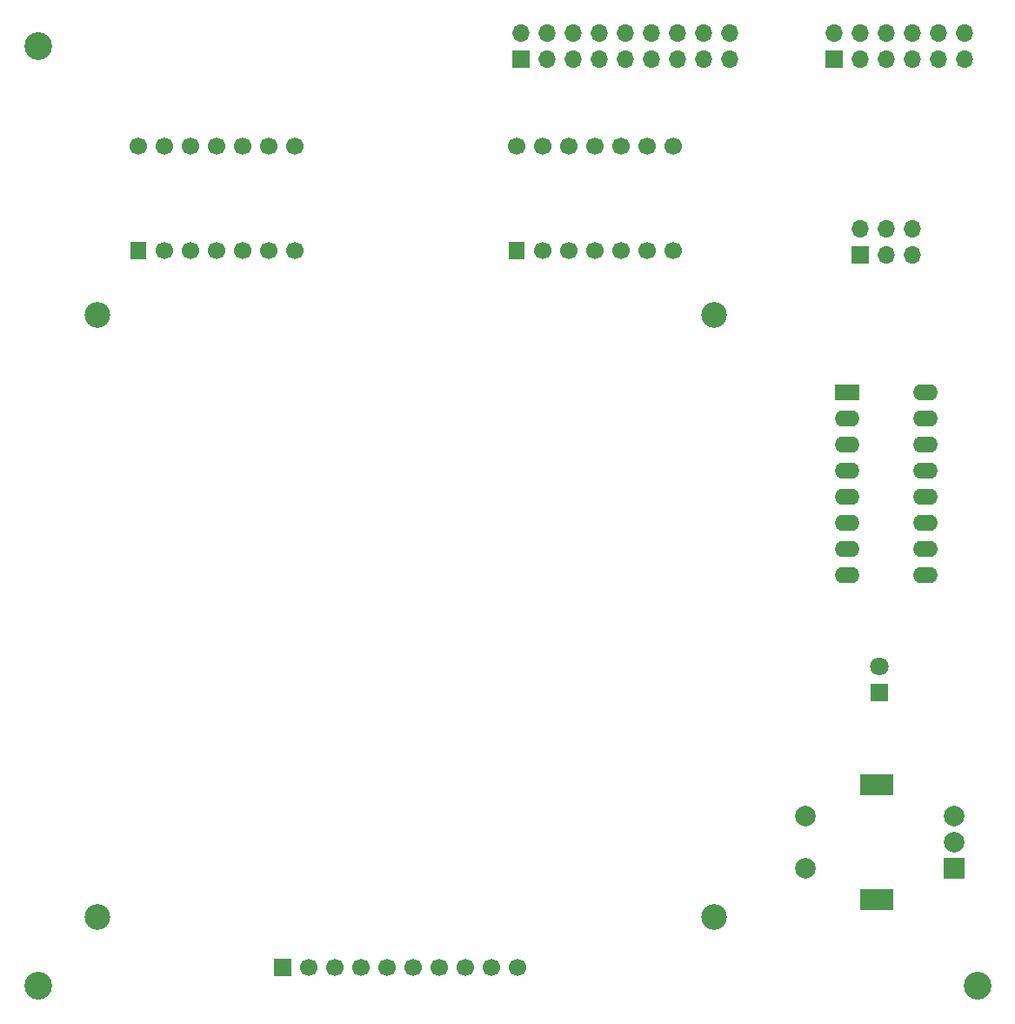
<source format=gts>
G04 #@! TF.GenerationSoftware,KiCad,Pcbnew,6.0.9-8da3e8f707~116~ubuntu20.04.1*
G04 #@! TF.CreationDate,2022-12-22T22:59:07+01:00*
G04 #@! TF.ProjectId,display_10dig,64697370-6c61-4795-9f31-306469672e6b,rev?*
G04 #@! TF.SameCoordinates,Original*
G04 #@! TF.FileFunction,Soldermask,Top*
G04 #@! TF.FilePolarity,Negative*
%FSLAX46Y46*%
G04 Gerber Fmt 4.6, Leading zero omitted, Abs format (unit mm)*
G04 Created by KiCad (PCBNEW 6.0.9-8da3e8f707~116~ubuntu20.04.1) date 2022-12-22 22:59:07*
%MOMM*%
%LPD*%
G01*
G04 APERTURE LIST*
%ADD10R,2.000000X2.000000*%
%ADD11C,2.000000*%
%ADD12R,3.200000X2.000000*%
%ADD13R,1.700000X1.700000*%
%ADD14O,1.700000X1.700000*%
%ADD15C,2.700000*%
%ADD16R,1.500000X1.700000*%
%ADD17C,1.700000*%
%ADD18R,2.400000X1.600000*%
%ADD19O,2.400000X1.600000*%
%ADD20C,1.800000*%
%ADD21R,1.800000X1.800000*%
%ADD22C,2.500000*%
G04 APERTURE END LIST*
D10*
X153935000Y-129500000D03*
D11*
X153935000Y-124500000D03*
X153935000Y-127000000D03*
D12*
X146435000Y-121400000D03*
X146435000Y-132600000D03*
D11*
X139435000Y-124500000D03*
X139435000Y-129500000D03*
D13*
X111760000Y-50800000D03*
D14*
X111760000Y-48260000D03*
X114300000Y-50800000D03*
X114300000Y-48260000D03*
X116840000Y-50800000D03*
X116840000Y-48260000D03*
X119380000Y-50800000D03*
X119380000Y-48260000D03*
X121920000Y-50800000D03*
X121920000Y-48260000D03*
X124460000Y-50800000D03*
X124460000Y-48260000D03*
X127000000Y-50800000D03*
X127000000Y-48260000D03*
X129540000Y-50800000D03*
X129540000Y-48260000D03*
X132080000Y-50800000D03*
X132080000Y-48260000D03*
D15*
X64770000Y-140970000D03*
X156210000Y-140970000D03*
D16*
X111379000Y-69384000D03*
D17*
X113919000Y-69384000D03*
X116459000Y-69384000D03*
X118999000Y-69384000D03*
X121539000Y-69384000D03*
X124079000Y-69384000D03*
X126619000Y-69384000D03*
X126619000Y-59224000D03*
X124079000Y-59224000D03*
X121539000Y-59224000D03*
X118999000Y-59224000D03*
X116459000Y-59224000D03*
X113919000Y-59224000D03*
X111379000Y-59224000D03*
D15*
X64770000Y-49530000D03*
D13*
X144780000Y-69850000D03*
D14*
X144780000Y-67310000D03*
X147320000Y-69850000D03*
X147320000Y-67310000D03*
X149860000Y-69850000D03*
X149860000Y-67310000D03*
D13*
X142240000Y-50800000D03*
D14*
X142240000Y-48260000D03*
X144780000Y-50800000D03*
X144780000Y-48260000D03*
X147320000Y-50800000D03*
X147320000Y-48260000D03*
X149860000Y-50800000D03*
X149860000Y-48260000D03*
X152400000Y-50800000D03*
X152400000Y-48260000D03*
X154940000Y-50800000D03*
X154940000Y-48260000D03*
D18*
X143510000Y-83185000D03*
D19*
X143510000Y-85725000D03*
X143510000Y-88265000D03*
X143510000Y-90805000D03*
X143510000Y-93345000D03*
X143510000Y-95885000D03*
X143510000Y-98425000D03*
X143510000Y-100965000D03*
X151130000Y-100965000D03*
X151130000Y-98425000D03*
X151130000Y-95885000D03*
X151130000Y-93345000D03*
X151130000Y-90805000D03*
X151130000Y-88265000D03*
X151130000Y-85725000D03*
X151130000Y-83185000D03*
D20*
X146685000Y-109860000D03*
D21*
X146685000Y-112400000D03*
D16*
X74549000Y-69384000D03*
D17*
X77089000Y-69384000D03*
X79629000Y-69384000D03*
X82169000Y-69384000D03*
X84709000Y-69384000D03*
X87249000Y-69384000D03*
X89789000Y-69384000D03*
X89789000Y-59224000D03*
X87249000Y-59224000D03*
X84709000Y-59224000D03*
X82169000Y-59224000D03*
X79629000Y-59224000D03*
X77089000Y-59224000D03*
X74549000Y-59224000D03*
D22*
X70584000Y-75664000D03*
X130584000Y-134264000D03*
X130584000Y-75664000D03*
X70584000Y-134264000D03*
D13*
X88584000Y-139164000D03*
D17*
X91124000Y-139164000D03*
X93664000Y-139164000D03*
X96204000Y-139164000D03*
X98744000Y-139164000D03*
X101284000Y-139164000D03*
X103824000Y-139164000D03*
X106364000Y-139164000D03*
X108904000Y-139164000D03*
X111444000Y-139164000D03*
M02*

</source>
